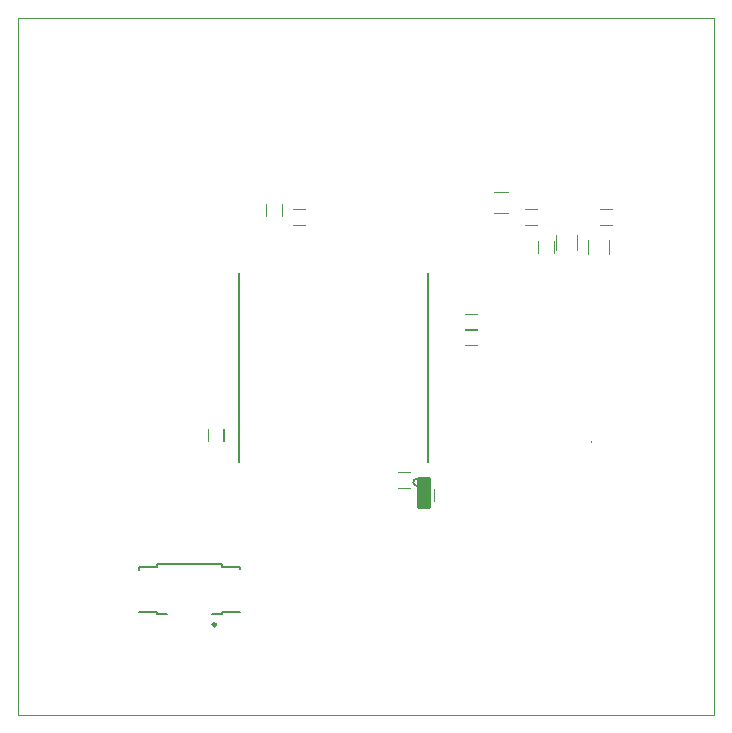
<source format=gbo>
G04 #@! TF.FileFunction,Legend,Bot*
%FSLAX46Y46*%
G04 Gerber Fmt 4.6, Leading zero omitted, Abs format (unit mm)*
G04 Created by KiCad (PCBNEW 4.0.7) date 01/19/18 23:24:35*
%MOMM*%
%LPD*%
G01*
G04 APERTURE LIST*
%ADD10C,0.152400*%
%ADD11C,0.100000*%
%ADD12C,0.120000*%
%ADD13C,0.127000*%
%ADD14C,0.280000*%
%ADD15C,0.200000*%
%ADD16C,0.381000*%
G04 APERTURE END LIST*
D10*
D11*
X14400000Y-73700000D02*
X73300000Y-73700000D01*
X73300000Y-14700000D02*
X73300000Y-73700000D01*
X14400000Y-14700000D02*
X73300000Y-14700000D01*
X14400000Y-73700000D02*
X14400000Y-14700000D01*
X62925000Y-50600000D02*
X62925000Y-50475000D01*
D12*
X48280000Y-54545000D02*
X48280000Y-55545000D01*
X49640000Y-55545000D02*
X49640000Y-54545000D01*
X47555000Y-53095000D02*
X46555000Y-53095000D01*
X46555000Y-54455000D02*
X47555000Y-54455000D01*
X31860000Y-50465000D02*
X31860000Y-49465000D01*
X30500000Y-49465000D02*
X30500000Y-50465000D01*
X33130000Y-50465000D02*
X33130000Y-49465000D01*
X31770000Y-49465000D02*
X31770000Y-50465000D01*
X37665000Y-32230000D02*
X38665000Y-32230000D01*
X38665000Y-30870000D02*
X37665000Y-30870000D01*
X36740000Y-31460000D02*
X36740000Y-30460000D01*
X35380000Y-30460000D02*
X35380000Y-31460000D01*
X52270000Y-41120000D02*
X53270000Y-41120000D01*
X53270000Y-39760000D02*
X52270000Y-39760000D01*
X52270000Y-42390000D02*
X53270000Y-42390000D01*
X53270000Y-41030000D02*
X52270000Y-41030000D01*
X62685000Y-33490000D02*
X62685000Y-34690000D01*
X64445000Y-34690000D02*
X64445000Y-33490000D01*
X64700000Y-30870000D02*
X63700000Y-30870000D01*
X63700000Y-32230000D02*
X64700000Y-32230000D01*
X59987520Y-33098840D02*
X59987520Y-34298840D01*
X61747520Y-34298840D02*
X61747520Y-33098840D01*
X58440000Y-33590000D02*
X58440000Y-34590000D01*
X59800000Y-34590000D02*
X59800000Y-33590000D01*
X55910000Y-29400000D02*
X54710000Y-29400000D01*
X54710000Y-31160000D02*
X55910000Y-31160000D01*
X58350000Y-30870000D02*
X57350000Y-30870000D01*
X57350000Y-32230000D02*
X58350000Y-32230000D01*
D13*
X24675000Y-61400000D02*
X24675000Y-61200000D01*
D14*
X31165000Y-66050000D02*
G75*
G03X31165000Y-66050000I-140000J0D01*
G01*
X31165000Y-66050000D02*
G75*
G03X31165000Y-66050000I-140000J0D01*
G01*
D13*
X26175000Y-65000000D02*
X24675000Y-65000000D01*
X24675000Y-65000000D02*
X24675000Y-64950000D01*
X26975000Y-65150000D02*
X26175000Y-65150000D01*
X26175000Y-65150000D02*
X26175000Y-65000000D01*
X30825000Y-65150000D02*
X31675000Y-65150000D01*
X31675000Y-65150000D02*
X31675000Y-65000000D01*
X31675000Y-65000000D02*
X33175000Y-65000000D01*
X33175000Y-65000000D02*
X33175000Y-64950000D01*
X24675000Y-61200000D02*
X26175000Y-61200000D01*
X26175000Y-61200000D02*
X26175000Y-60950000D01*
X26175000Y-60950000D02*
X31675000Y-60950000D01*
X31675000Y-60950000D02*
X31675000Y-61200000D01*
X31675000Y-61200000D02*
X33175000Y-61200000D01*
X33175000Y-61200000D02*
X33175000Y-61350000D01*
D15*
X49150000Y-52260000D02*
X49150000Y-36260000D01*
X33150000Y-36260000D02*
X33150000Y-52260000D01*
X48441550Y-54010000D02*
G75*
G03X48441550Y-54010000I-291550J0D01*
G01*
D16*
G36*
X48350000Y-55978100D02*
X48350000Y-53760000D01*
X49118730Y-53760000D01*
X49118730Y-55978100D01*
X48350000Y-55978100D01*
G37*
X48350000Y-55978100D02*
X48350000Y-53760000D01*
X49118730Y-53760000D01*
X49118730Y-55978100D01*
X48350000Y-55978100D01*
M02*

</source>
